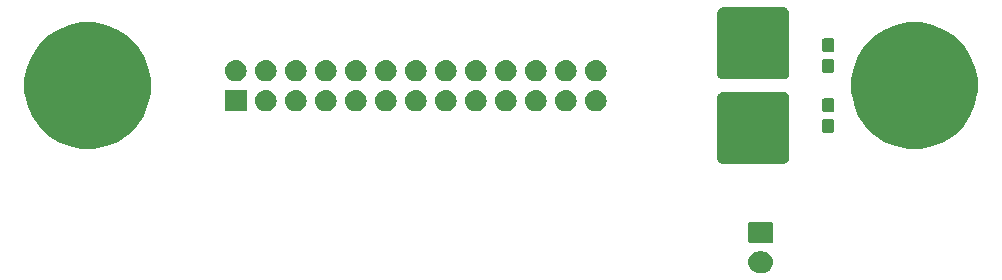
<source format=gbr>
G04 #@! TF.GenerationSoftware,KiCad,Pcbnew,(5.1.4)-1*
G04 #@! TF.CreationDate,2020-03-27T16:01:53-04:00*
G04 #@! TF.ProjectId,heatbed_breakout,68656174-6265-4645-9f62-7265616b6f75,rev?*
G04 #@! TF.SameCoordinates,PX8b91fb0PY68e7780*
G04 #@! TF.FileFunction,Soldermask,Top*
G04 #@! TF.FilePolarity,Negative*
%FSLAX46Y46*%
G04 Gerber Fmt 4.6, Leading zero omitted, Abs format (unit mm)*
G04 Created by KiCad (PCBNEW (5.1.4)-1) date 2020-03-27 16:01:53*
%MOMM*%
%LPD*%
G04 APERTURE LIST*
%ADD10C,0.100000*%
G04 APERTURE END LIST*
D10*
G36*
X895443Y-14051519D02*
G01*
X961627Y-14058037D01*
X1131466Y-14109557D01*
X1287991Y-14193222D01*
X1323729Y-14222552D01*
X1425186Y-14305814D01*
X1508448Y-14407271D01*
X1537778Y-14443009D01*
X1621443Y-14599534D01*
X1672963Y-14769373D01*
X1690359Y-14946000D01*
X1672963Y-15122627D01*
X1621443Y-15292466D01*
X1537778Y-15448991D01*
X1508448Y-15484729D01*
X1425186Y-15586186D01*
X1323729Y-15669448D01*
X1287991Y-15698778D01*
X1131466Y-15782443D01*
X961627Y-15833963D01*
X895442Y-15840482D01*
X829260Y-15847000D01*
X440740Y-15847000D01*
X374558Y-15840482D01*
X308373Y-15833963D01*
X138534Y-15782443D01*
X-17991Y-15698778D01*
X-53729Y-15669448D01*
X-155186Y-15586186D01*
X-238448Y-15484729D01*
X-267778Y-15448991D01*
X-351443Y-15292466D01*
X-402963Y-15122627D01*
X-420359Y-14946000D01*
X-402963Y-14769373D01*
X-351443Y-14599534D01*
X-267778Y-14443009D01*
X-238448Y-14407271D01*
X-155186Y-14305814D01*
X-53729Y-14222552D01*
X-17991Y-14193222D01*
X138534Y-14109557D01*
X308373Y-14058037D01*
X374557Y-14051519D01*
X440740Y-14045000D01*
X829260Y-14045000D01*
X895443Y-14051519D01*
X895443Y-14051519D01*
G37*
G36*
X1543600Y-11548989D02*
G01*
X1576652Y-11559015D01*
X1607103Y-11575292D01*
X1633799Y-11597201D01*
X1655708Y-11623897D01*
X1671985Y-11654348D01*
X1682011Y-11687400D01*
X1686000Y-11727903D01*
X1686000Y-13164097D01*
X1682011Y-13204600D01*
X1671985Y-13237652D01*
X1655708Y-13268103D01*
X1633799Y-13294799D01*
X1607103Y-13316708D01*
X1576652Y-13332985D01*
X1543600Y-13343011D01*
X1503097Y-13347000D01*
X-233097Y-13347000D01*
X-273600Y-13343011D01*
X-306652Y-13332985D01*
X-337103Y-13316708D01*
X-363799Y-13294799D01*
X-385708Y-13268103D01*
X-401985Y-13237652D01*
X-412011Y-13204600D01*
X-416000Y-13164097D01*
X-416000Y-11727903D01*
X-412011Y-11687400D01*
X-401985Y-11654348D01*
X-385708Y-11623897D01*
X-363799Y-11597201D01*
X-337103Y-11575292D01*
X-306652Y-11559015D01*
X-273600Y-11548989D01*
X-233097Y-11545000D01*
X1503097Y-11545000D01*
X1543600Y-11548989D01*
X1543600Y-11548989D01*
G37*
G36*
X2640218Y-534396D02*
G01*
X2735812Y-563395D01*
X2823917Y-610487D01*
X2901139Y-673861D01*
X2964513Y-751083D01*
X3011605Y-839188D01*
X3040604Y-934782D01*
X3051000Y-1040340D01*
X3051000Y-6109660D01*
X3040604Y-6215218D01*
X3011605Y-6310812D01*
X2964513Y-6398917D01*
X2901139Y-6476139D01*
X2823917Y-6539513D01*
X2735812Y-6586605D01*
X2640218Y-6615604D01*
X2534660Y-6626000D01*
X-2534660Y-6626000D01*
X-2640218Y-6615604D01*
X-2735812Y-6586605D01*
X-2823917Y-6539513D01*
X-2901139Y-6476139D01*
X-2964513Y-6398917D01*
X-3011605Y-6310812D01*
X-3040604Y-6215218D01*
X-3051000Y-6109660D01*
X-3051000Y-1040340D01*
X-3040604Y-934782D01*
X-3011605Y-839188D01*
X-2964513Y-751083D01*
X-2901139Y-673861D01*
X-2823917Y-610487D01*
X-2735812Y-563395D01*
X-2640218Y-534396D01*
X-2534660Y-524000D01*
X2534660Y-524000D01*
X2640218Y-534396D01*
X2640218Y-534396D01*
G37*
G36*
X14866228Y5213909D02*
G01*
X15210829Y5145364D01*
X16184649Y4741995D01*
X17061064Y4156393D01*
X17806393Y3411064D01*
X18391995Y2534649D01*
X18795364Y1560829D01*
X18795364Y1560828D01*
X19001000Y527029D01*
X19001000Y-527029D01*
X18888212Y-1094053D01*
X18795364Y-1560829D01*
X18391995Y-2534649D01*
X17806393Y-3411064D01*
X17061064Y-4156393D01*
X16184649Y-4741995D01*
X15210829Y-5145364D01*
X14866228Y-5213909D01*
X14177029Y-5351000D01*
X13122971Y-5351000D01*
X12433772Y-5213909D01*
X12089171Y-5145364D01*
X11115351Y-4741995D01*
X10238936Y-4156393D01*
X9493607Y-3411064D01*
X8908005Y-2534649D01*
X8504636Y-1560829D01*
X8411788Y-1094053D01*
X8299000Y-527029D01*
X8299000Y527029D01*
X8504636Y1560828D01*
X8504636Y1560829D01*
X8908005Y2534649D01*
X9493607Y3411064D01*
X10238936Y4156393D01*
X11115351Y4741995D01*
X12089171Y5145364D01*
X12433772Y5213909D01*
X13122971Y5351000D01*
X14177029Y5351000D01*
X14866228Y5213909D01*
X14866228Y5213909D01*
G37*
G36*
X-55133772Y5213909D02*
G01*
X-54789171Y5145364D01*
X-53815351Y4741995D01*
X-52938936Y4156393D01*
X-52193607Y3411064D01*
X-51608005Y2534649D01*
X-51204636Y1560829D01*
X-51204636Y1560828D01*
X-50999000Y527029D01*
X-50999000Y-527029D01*
X-51111788Y-1094053D01*
X-51204636Y-1560829D01*
X-51608005Y-2534649D01*
X-52193607Y-3411064D01*
X-52938936Y-4156393D01*
X-53815351Y-4741995D01*
X-54789171Y-5145364D01*
X-55133772Y-5213909D01*
X-55822971Y-5351000D01*
X-56877029Y-5351000D01*
X-57566228Y-5213909D01*
X-57910829Y-5145364D01*
X-58884649Y-4741995D01*
X-59761064Y-4156393D01*
X-60506393Y-3411064D01*
X-61091995Y-2534649D01*
X-61495364Y-1560829D01*
X-61588212Y-1094053D01*
X-61701000Y-527029D01*
X-61701000Y527029D01*
X-61495364Y1560828D01*
X-61495364Y1560829D01*
X-61091995Y2534649D01*
X-60506393Y3411064D01*
X-59761064Y4156393D01*
X-58884649Y4741995D01*
X-57910829Y5145364D01*
X-57566228Y5213909D01*
X-56877029Y5351000D01*
X-55822971Y5351000D01*
X-55133772Y5213909D01*
X-55133772Y5213909D01*
G37*
G36*
X6714499Y-2843445D02*
G01*
X6751995Y-2854820D01*
X6786554Y-2873292D01*
X6816847Y-2898153D01*
X6841708Y-2928446D01*
X6860180Y-2963005D01*
X6871555Y-3000501D01*
X6876000Y-3045638D01*
X6876000Y-3784362D01*
X6871555Y-3829499D01*
X6860180Y-3866995D01*
X6841708Y-3901554D01*
X6816847Y-3931847D01*
X6786554Y-3956708D01*
X6751995Y-3975180D01*
X6714499Y-3986555D01*
X6669362Y-3991000D01*
X6030638Y-3991000D01*
X5985501Y-3986555D01*
X5948005Y-3975180D01*
X5913446Y-3956708D01*
X5883153Y-3931847D01*
X5858292Y-3901554D01*
X5839820Y-3866995D01*
X5828445Y-3829499D01*
X5824000Y-3784362D01*
X5824000Y-3045638D01*
X5828445Y-3000501D01*
X5839820Y-2963005D01*
X5858292Y-2928446D01*
X5883153Y-2898153D01*
X5913446Y-2873292D01*
X5948005Y-2854820D01*
X5985501Y-2843445D01*
X6030638Y-2839000D01*
X6669362Y-2839000D01*
X6714499Y-2843445D01*
X6714499Y-2843445D01*
G37*
G36*
X6714499Y-1093445D02*
G01*
X6751995Y-1104820D01*
X6786554Y-1123292D01*
X6816847Y-1148153D01*
X6841708Y-1178446D01*
X6860180Y-1213005D01*
X6871555Y-1250501D01*
X6876000Y-1295638D01*
X6876000Y-2034362D01*
X6871555Y-2079499D01*
X6860180Y-2116995D01*
X6841708Y-2151554D01*
X6816847Y-2181847D01*
X6786554Y-2206708D01*
X6751995Y-2225180D01*
X6714499Y-2236555D01*
X6669362Y-2241000D01*
X6030638Y-2241000D01*
X5985501Y-2236555D01*
X5948005Y-2225180D01*
X5913446Y-2206708D01*
X5883153Y-2181847D01*
X5858292Y-2151554D01*
X5839820Y-2116995D01*
X5828445Y-2079499D01*
X5824000Y-2034362D01*
X5824000Y-1295638D01*
X5828445Y-1250501D01*
X5839820Y-1213005D01*
X5858292Y-1178446D01*
X5883153Y-1148153D01*
X5913446Y-1123292D01*
X5948005Y-1104820D01*
X5985501Y-1093445D01*
X6030638Y-1089000D01*
X6669362Y-1089000D01*
X6714499Y-1093445D01*
X6714499Y-1093445D01*
G37*
G36*
X-41095706Y-368633D02*
G01*
X-40923305Y-420931D01*
X-40764417Y-505858D01*
X-40625151Y-620151D01*
X-40510858Y-759417D01*
X-40425931Y-918305D01*
X-40373633Y-1090706D01*
X-40355975Y-1270000D01*
X-40373633Y-1449294D01*
X-40425931Y-1621695D01*
X-40510858Y-1780583D01*
X-40625151Y-1919849D01*
X-40764417Y-2034142D01*
X-40923305Y-2119069D01*
X-41095706Y-2171367D01*
X-41230069Y-2184600D01*
X-41319931Y-2184600D01*
X-41454294Y-2171367D01*
X-41626695Y-2119069D01*
X-41785583Y-2034142D01*
X-41924849Y-1919849D01*
X-42039142Y-1780583D01*
X-42124069Y-1621695D01*
X-42176367Y-1449294D01*
X-42194025Y-1270000D01*
X-42176367Y-1090706D01*
X-42124069Y-918305D01*
X-42039142Y-759417D01*
X-41924849Y-620151D01*
X-41785583Y-505858D01*
X-41626695Y-420931D01*
X-41454294Y-368633D01*
X-41319931Y-355400D01*
X-41230069Y-355400D01*
X-41095706Y-368633D01*
X-41095706Y-368633D01*
G37*
G36*
X-42900400Y-2184600D02*
G01*
X-44729600Y-2184600D01*
X-44729600Y-355400D01*
X-42900400Y-355400D01*
X-42900400Y-2184600D01*
X-42900400Y-2184600D01*
G37*
G36*
X-38555706Y-368633D02*
G01*
X-38383305Y-420931D01*
X-38224417Y-505858D01*
X-38085151Y-620151D01*
X-37970858Y-759417D01*
X-37885931Y-918305D01*
X-37833633Y-1090706D01*
X-37815975Y-1270000D01*
X-37833633Y-1449294D01*
X-37885931Y-1621695D01*
X-37970858Y-1780583D01*
X-38085151Y-1919849D01*
X-38224417Y-2034142D01*
X-38383305Y-2119069D01*
X-38555706Y-2171367D01*
X-38690069Y-2184600D01*
X-38779931Y-2184600D01*
X-38914294Y-2171367D01*
X-39086695Y-2119069D01*
X-39245583Y-2034142D01*
X-39384849Y-1919849D01*
X-39499142Y-1780583D01*
X-39584069Y-1621695D01*
X-39636367Y-1449294D01*
X-39654025Y-1270000D01*
X-39636367Y-1090706D01*
X-39584069Y-918305D01*
X-39499142Y-759417D01*
X-39384849Y-620151D01*
X-39245583Y-505858D01*
X-39086695Y-420931D01*
X-38914294Y-368633D01*
X-38779931Y-355400D01*
X-38690069Y-355400D01*
X-38555706Y-368633D01*
X-38555706Y-368633D01*
G37*
G36*
X-36015706Y-368633D02*
G01*
X-35843305Y-420931D01*
X-35684417Y-505858D01*
X-35545151Y-620151D01*
X-35430858Y-759417D01*
X-35345931Y-918305D01*
X-35293633Y-1090706D01*
X-35275975Y-1270000D01*
X-35293633Y-1449294D01*
X-35345931Y-1621695D01*
X-35430858Y-1780583D01*
X-35545151Y-1919849D01*
X-35684417Y-2034142D01*
X-35843305Y-2119069D01*
X-36015706Y-2171367D01*
X-36150069Y-2184600D01*
X-36239931Y-2184600D01*
X-36374294Y-2171367D01*
X-36546695Y-2119069D01*
X-36705583Y-2034142D01*
X-36844849Y-1919849D01*
X-36959142Y-1780583D01*
X-37044069Y-1621695D01*
X-37096367Y-1449294D01*
X-37114025Y-1270000D01*
X-37096367Y-1090706D01*
X-37044069Y-918305D01*
X-36959142Y-759417D01*
X-36844849Y-620151D01*
X-36705583Y-505858D01*
X-36546695Y-420931D01*
X-36374294Y-368633D01*
X-36239931Y-355400D01*
X-36150069Y-355400D01*
X-36015706Y-368633D01*
X-36015706Y-368633D01*
G37*
G36*
X-33475706Y-368633D02*
G01*
X-33303305Y-420931D01*
X-33144417Y-505858D01*
X-33005151Y-620151D01*
X-32890858Y-759417D01*
X-32805931Y-918305D01*
X-32753633Y-1090706D01*
X-32735975Y-1270000D01*
X-32753633Y-1449294D01*
X-32805931Y-1621695D01*
X-32890858Y-1780583D01*
X-33005151Y-1919849D01*
X-33144417Y-2034142D01*
X-33303305Y-2119069D01*
X-33475706Y-2171367D01*
X-33610069Y-2184600D01*
X-33699931Y-2184600D01*
X-33834294Y-2171367D01*
X-34006695Y-2119069D01*
X-34165583Y-2034142D01*
X-34304849Y-1919849D01*
X-34419142Y-1780583D01*
X-34504069Y-1621695D01*
X-34556367Y-1449294D01*
X-34574025Y-1270000D01*
X-34556367Y-1090706D01*
X-34504069Y-918305D01*
X-34419142Y-759417D01*
X-34304849Y-620151D01*
X-34165583Y-505858D01*
X-34006695Y-420931D01*
X-33834294Y-368633D01*
X-33699931Y-355400D01*
X-33610069Y-355400D01*
X-33475706Y-368633D01*
X-33475706Y-368633D01*
G37*
G36*
X-30935706Y-368633D02*
G01*
X-30763305Y-420931D01*
X-30604417Y-505858D01*
X-30465151Y-620151D01*
X-30350858Y-759417D01*
X-30265931Y-918305D01*
X-30213633Y-1090706D01*
X-30195975Y-1270000D01*
X-30213633Y-1449294D01*
X-30265931Y-1621695D01*
X-30350858Y-1780583D01*
X-30465151Y-1919849D01*
X-30604417Y-2034142D01*
X-30763305Y-2119069D01*
X-30935706Y-2171367D01*
X-31070069Y-2184600D01*
X-31159931Y-2184600D01*
X-31294294Y-2171367D01*
X-31466695Y-2119069D01*
X-31625583Y-2034142D01*
X-31764849Y-1919849D01*
X-31879142Y-1780583D01*
X-31964069Y-1621695D01*
X-32016367Y-1449294D01*
X-32034025Y-1270000D01*
X-32016367Y-1090706D01*
X-31964069Y-918305D01*
X-31879142Y-759417D01*
X-31764849Y-620151D01*
X-31625583Y-505858D01*
X-31466695Y-420931D01*
X-31294294Y-368633D01*
X-31159931Y-355400D01*
X-31070069Y-355400D01*
X-30935706Y-368633D01*
X-30935706Y-368633D01*
G37*
G36*
X-23315706Y-368633D02*
G01*
X-23143305Y-420931D01*
X-22984417Y-505858D01*
X-22845151Y-620151D01*
X-22730858Y-759417D01*
X-22645931Y-918305D01*
X-22593633Y-1090706D01*
X-22575975Y-1270000D01*
X-22593633Y-1449294D01*
X-22645931Y-1621695D01*
X-22730858Y-1780583D01*
X-22845151Y-1919849D01*
X-22984417Y-2034142D01*
X-23143305Y-2119069D01*
X-23315706Y-2171367D01*
X-23450069Y-2184600D01*
X-23539931Y-2184600D01*
X-23674294Y-2171367D01*
X-23846695Y-2119069D01*
X-24005583Y-2034142D01*
X-24144849Y-1919849D01*
X-24259142Y-1780583D01*
X-24344069Y-1621695D01*
X-24396367Y-1449294D01*
X-24414025Y-1270000D01*
X-24396367Y-1090706D01*
X-24344069Y-918305D01*
X-24259142Y-759417D01*
X-24144849Y-620151D01*
X-24005583Y-505858D01*
X-23846695Y-420931D01*
X-23674294Y-368633D01*
X-23539931Y-355400D01*
X-23450069Y-355400D01*
X-23315706Y-368633D01*
X-23315706Y-368633D01*
G37*
G36*
X-13155706Y-368633D02*
G01*
X-12983305Y-420931D01*
X-12824417Y-505858D01*
X-12685151Y-620151D01*
X-12570858Y-759417D01*
X-12485931Y-918305D01*
X-12433633Y-1090706D01*
X-12415975Y-1270000D01*
X-12433633Y-1449294D01*
X-12485931Y-1621695D01*
X-12570858Y-1780583D01*
X-12685151Y-1919849D01*
X-12824417Y-2034142D01*
X-12983305Y-2119069D01*
X-13155706Y-2171367D01*
X-13290069Y-2184600D01*
X-13379931Y-2184600D01*
X-13514294Y-2171367D01*
X-13686695Y-2119069D01*
X-13845583Y-2034142D01*
X-13984849Y-1919849D01*
X-14099142Y-1780583D01*
X-14184069Y-1621695D01*
X-14236367Y-1449294D01*
X-14254025Y-1270000D01*
X-14236367Y-1090706D01*
X-14184069Y-918305D01*
X-14099142Y-759417D01*
X-13984849Y-620151D01*
X-13845583Y-505858D01*
X-13686695Y-420931D01*
X-13514294Y-368633D01*
X-13379931Y-355400D01*
X-13290069Y-355400D01*
X-13155706Y-368633D01*
X-13155706Y-368633D01*
G37*
G36*
X-15695706Y-368633D02*
G01*
X-15523305Y-420931D01*
X-15364417Y-505858D01*
X-15225151Y-620151D01*
X-15110858Y-759417D01*
X-15025931Y-918305D01*
X-14973633Y-1090706D01*
X-14955975Y-1270000D01*
X-14973633Y-1449294D01*
X-15025931Y-1621695D01*
X-15110858Y-1780583D01*
X-15225151Y-1919849D01*
X-15364417Y-2034142D01*
X-15523305Y-2119069D01*
X-15695706Y-2171367D01*
X-15830069Y-2184600D01*
X-15919931Y-2184600D01*
X-16054294Y-2171367D01*
X-16226695Y-2119069D01*
X-16385583Y-2034142D01*
X-16524849Y-1919849D01*
X-16639142Y-1780583D01*
X-16724069Y-1621695D01*
X-16776367Y-1449294D01*
X-16794025Y-1270000D01*
X-16776367Y-1090706D01*
X-16724069Y-918305D01*
X-16639142Y-759417D01*
X-16524849Y-620151D01*
X-16385583Y-505858D01*
X-16226695Y-420931D01*
X-16054294Y-368633D01*
X-15919931Y-355400D01*
X-15830069Y-355400D01*
X-15695706Y-368633D01*
X-15695706Y-368633D01*
G37*
G36*
X-18235706Y-368633D02*
G01*
X-18063305Y-420931D01*
X-17904417Y-505858D01*
X-17765151Y-620151D01*
X-17650858Y-759417D01*
X-17565931Y-918305D01*
X-17513633Y-1090706D01*
X-17495975Y-1270000D01*
X-17513633Y-1449294D01*
X-17565931Y-1621695D01*
X-17650858Y-1780583D01*
X-17765151Y-1919849D01*
X-17904417Y-2034142D01*
X-18063305Y-2119069D01*
X-18235706Y-2171367D01*
X-18370069Y-2184600D01*
X-18459931Y-2184600D01*
X-18594294Y-2171367D01*
X-18766695Y-2119069D01*
X-18925583Y-2034142D01*
X-19064849Y-1919849D01*
X-19179142Y-1780583D01*
X-19264069Y-1621695D01*
X-19316367Y-1449294D01*
X-19334025Y-1270000D01*
X-19316367Y-1090706D01*
X-19264069Y-918305D01*
X-19179142Y-759417D01*
X-19064849Y-620151D01*
X-18925583Y-505858D01*
X-18766695Y-420931D01*
X-18594294Y-368633D01*
X-18459931Y-355400D01*
X-18370069Y-355400D01*
X-18235706Y-368633D01*
X-18235706Y-368633D01*
G37*
G36*
X-25855706Y-368633D02*
G01*
X-25683305Y-420931D01*
X-25524417Y-505858D01*
X-25385151Y-620151D01*
X-25270858Y-759417D01*
X-25185931Y-918305D01*
X-25133633Y-1090706D01*
X-25115975Y-1270000D01*
X-25133633Y-1449294D01*
X-25185931Y-1621695D01*
X-25270858Y-1780583D01*
X-25385151Y-1919849D01*
X-25524417Y-2034142D01*
X-25683305Y-2119069D01*
X-25855706Y-2171367D01*
X-25990069Y-2184600D01*
X-26079931Y-2184600D01*
X-26214294Y-2171367D01*
X-26386695Y-2119069D01*
X-26545583Y-2034142D01*
X-26684849Y-1919849D01*
X-26799142Y-1780583D01*
X-26884069Y-1621695D01*
X-26936367Y-1449294D01*
X-26954025Y-1270000D01*
X-26936367Y-1090706D01*
X-26884069Y-918305D01*
X-26799142Y-759417D01*
X-26684849Y-620151D01*
X-26545583Y-505858D01*
X-26386695Y-420931D01*
X-26214294Y-368633D01*
X-26079931Y-355400D01*
X-25990069Y-355400D01*
X-25855706Y-368633D01*
X-25855706Y-368633D01*
G37*
G36*
X-20775706Y-368633D02*
G01*
X-20603305Y-420931D01*
X-20444417Y-505858D01*
X-20305151Y-620151D01*
X-20190858Y-759417D01*
X-20105931Y-918305D01*
X-20053633Y-1090706D01*
X-20035975Y-1270000D01*
X-20053633Y-1449294D01*
X-20105931Y-1621695D01*
X-20190858Y-1780583D01*
X-20305151Y-1919849D01*
X-20444417Y-2034142D01*
X-20603305Y-2119069D01*
X-20775706Y-2171367D01*
X-20910069Y-2184600D01*
X-20999931Y-2184600D01*
X-21134294Y-2171367D01*
X-21306695Y-2119069D01*
X-21465583Y-2034142D01*
X-21604849Y-1919849D01*
X-21719142Y-1780583D01*
X-21804069Y-1621695D01*
X-21856367Y-1449294D01*
X-21874025Y-1270000D01*
X-21856367Y-1090706D01*
X-21804069Y-918305D01*
X-21719142Y-759417D01*
X-21604849Y-620151D01*
X-21465583Y-505858D01*
X-21306695Y-420931D01*
X-21134294Y-368633D01*
X-20999931Y-355400D01*
X-20910069Y-355400D01*
X-20775706Y-368633D01*
X-20775706Y-368633D01*
G37*
G36*
X-28395706Y-368633D02*
G01*
X-28223305Y-420931D01*
X-28064417Y-505858D01*
X-27925151Y-620151D01*
X-27810858Y-759417D01*
X-27725931Y-918305D01*
X-27673633Y-1090706D01*
X-27655975Y-1270000D01*
X-27673633Y-1449294D01*
X-27725931Y-1621695D01*
X-27810858Y-1780583D01*
X-27925151Y-1919849D01*
X-28064417Y-2034142D01*
X-28223305Y-2119069D01*
X-28395706Y-2171367D01*
X-28530069Y-2184600D01*
X-28619931Y-2184600D01*
X-28754294Y-2171367D01*
X-28926695Y-2119069D01*
X-29085583Y-2034142D01*
X-29224849Y-1919849D01*
X-29339142Y-1780583D01*
X-29424069Y-1621695D01*
X-29476367Y-1449294D01*
X-29494025Y-1270000D01*
X-29476367Y-1090706D01*
X-29424069Y-918305D01*
X-29339142Y-759417D01*
X-29224849Y-620151D01*
X-29085583Y-505858D01*
X-28926695Y-420931D01*
X-28754294Y-368633D01*
X-28619931Y-355400D01*
X-28530069Y-355400D01*
X-28395706Y-368633D01*
X-28395706Y-368633D01*
G37*
G36*
X-28395706Y2171367D02*
G01*
X-28223305Y2119069D01*
X-28064417Y2034142D01*
X-27925151Y1919849D01*
X-27810858Y1780583D01*
X-27725931Y1621695D01*
X-27673633Y1449294D01*
X-27655975Y1270000D01*
X-27673633Y1090706D01*
X-27725931Y918305D01*
X-27810858Y759417D01*
X-27925151Y620151D01*
X-28064417Y505858D01*
X-28223305Y420931D01*
X-28395706Y368633D01*
X-28530069Y355400D01*
X-28619931Y355400D01*
X-28754294Y368633D01*
X-28926695Y420931D01*
X-29085583Y505858D01*
X-29224849Y620151D01*
X-29339142Y759417D01*
X-29424069Y918305D01*
X-29476367Y1090706D01*
X-29494025Y1270000D01*
X-29476367Y1449294D01*
X-29424069Y1621695D01*
X-29339142Y1780583D01*
X-29224849Y1919849D01*
X-29085583Y2034142D01*
X-28926695Y2119069D01*
X-28754294Y2171367D01*
X-28619931Y2184600D01*
X-28530069Y2184600D01*
X-28395706Y2171367D01*
X-28395706Y2171367D01*
G37*
G36*
X-20775706Y2171367D02*
G01*
X-20603305Y2119069D01*
X-20444417Y2034142D01*
X-20305151Y1919849D01*
X-20190858Y1780583D01*
X-20105931Y1621695D01*
X-20053633Y1449294D01*
X-20035975Y1270000D01*
X-20053633Y1090706D01*
X-20105931Y918305D01*
X-20190858Y759417D01*
X-20305151Y620151D01*
X-20444417Y505858D01*
X-20603305Y420931D01*
X-20775706Y368633D01*
X-20910069Y355400D01*
X-20999931Y355400D01*
X-21134294Y368633D01*
X-21306695Y420931D01*
X-21465583Y505858D01*
X-21604849Y620151D01*
X-21719142Y759417D01*
X-21804069Y918305D01*
X-21856367Y1090706D01*
X-21874025Y1270000D01*
X-21856367Y1449294D01*
X-21804069Y1621695D01*
X-21719142Y1780583D01*
X-21604849Y1919849D01*
X-21465583Y2034142D01*
X-21306695Y2119069D01*
X-21134294Y2171367D01*
X-20999931Y2184600D01*
X-20910069Y2184600D01*
X-20775706Y2171367D01*
X-20775706Y2171367D01*
G37*
G36*
X-43635706Y2171367D02*
G01*
X-43463305Y2119069D01*
X-43304417Y2034142D01*
X-43165151Y1919849D01*
X-43050858Y1780583D01*
X-42965931Y1621695D01*
X-42913633Y1449294D01*
X-42895975Y1270000D01*
X-42913633Y1090706D01*
X-42965931Y918305D01*
X-43050858Y759417D01*
X-43165151Y620151D01*
X-43304417Y505858D01*
X-43463305Y420931D01*
X-43635706Y368633D01*
X-43770069Y355400D01*
X-43859931Y355400D01*
X-43994294Y368633D01*
X-44166695Y420931D01*
X-44325583Y505858D01*
X-44464849Y620151D01*
X-44579142Y759417D01*
X-44664069Y918305D01*
X-44716367Y1090706D01*
X-44734025Y1270000D01*
X-44716367Y1449294D01*
X-44664069Y1621695D01*
X-44579142Y1780583D01*
X-44464849Y1919849D01*
X-44325583Y2034142D01*
X-44166695Y2119069D01*
X-43994294Y2171367D01*
X-43859931Y2184600D01*
X-43770069Y2184600D01*
X-43635706Y2171367D01*
X-43635706Y2171367D01*
G37*
G36*
X-41095706Y2171367D02*
G01*
X-40923305Y2119069D01*
X-40764417Y2034142D01*
X-40625151Y1919849D01*
X-40510858Y1780583D01*
X-40425931Y1621695D01*
X-40373633Y1449294D01*
X-40355975Y1270000D01*
X-40373633Y1090706D01*
X-40425931Y918305D01*
X-40510858Y759417D01*
X-40625151Y620151D01*
X-40764417Y505858D01*
X-40923305Y420931D01*
X-41095706Y368633D01*
X-41230069Y355400D01*
X-41319931Y355400D01*
X-41454294Y368633D01*
X-41626695Y420931D01*
X-41785583Y505858D01*
X-41924849Y620151D01*
X-42039142Y759417D01*
X-42124069Y918305D01*
X-42176367Y1090706D01*
X-42194025Y1270000D01*
X-42176367Y1449294D01*
X-42124069Y1621695D01*
X-42039142Y1780583D01*
X-41924849Y1919849D01*
X-41785583Y2034142D01*
X-41626695Y2119069D01*
X-41454294Y2171367D01*
X-41319931Y2184600D01*
X-41230069Y2184600D01*
X-41095706Y2171367D01*
X-41095706Y2171367D01*
G37*
G36*
X-38555706Y2171367D02*
G01*
X-38383305Y2119069D01*
X-38224417Y2034142D01*
X-38085151Y1919849D01*
X-37970858Y1780583D01*
X-37885931Y1621695D01*
X-37833633Y1449294D01*
X-37815975Y1270000D01*
X-37833633Y1090706D01*
X-37885931Y918305D01*
X-37970858Y759417D01*
X-38085151Y620151D01*
X-38224417Y505858D01*
X-38383305Y420931D01*
X-38555706Y368633D01*
X-38690069Y355400D01*
X-38779931Y355400D01*
X-38914294Y368633D01*
X-39086695Y420931D01*
X-39245583Y505858D01*
X-39384849Y620151D01*
X-39499142Y759417D01*
X-39584069Y918305D01*
X-39636367Y1090706D01*
X-39654025Y1270000D01*
X-39636367Y1449294D01*
X-39584069Y1621695D01*
X-39499142Y1780583D01*
X-39384849Y1919849D01*
X-39245583Y2034142D01*
X-39086695Y2119069D01*
X-38914294Y2171367D01*
X-38779931Y2184600D01*
X-38690069Y2184600D01*
X-38555706Y2171367D01*
X-38555706Y2171367D01*
G37*
G36*
X-36015706Y2171367D02*
G01*
X-35843305Y2119069D01*
X-35684417Y2034142D01*
X-35545151Y1919849D01*
X-35430858Y1780583D01*
X-35345931Y1621695D01*
X-35293633Y1449294D01*
X-35275975Y1270000D01*
X-35293633Y1090706D01*
X-35345931Y918305D01*
X-35430858Y759417D01*
X-35545151Y620151D01*
X-35684417Y505858D01*
X-35843305Y420931D01*
X-36015706Y368633D01*
X-36150069Y355400D01*
X-36239931Y355400D01*
X-36374294Y368633D01*
X-36546695Y420931D01*
X-36705583Y505858D01*
X-36844849Y620151D01*
X-36959142Y759417D01*
X-37044069Y918305D01*
X-37096367Y1090706D01*
X-37114025Y1270000D01*
X-37096367Y1449294D01*
X-37044069Y1621695D01*
X-36959142Y1780583D01*
X-36844849Y1919849D01*
X-36705583Y2034142D01*
X-36546695Y2119069D01*
X-36374294Y2171367D01*
X-36239931Y2184600D01*
X-36150069Y2184600D01*
X-36015706Y2171367D01*
X-36015706Y2171367D01*
G37*
G36*
X-33475706Y2171367D02*
G01*
X-33303305Y2119069D01*
X-33144417Y2034142D01*
X-33005151Y1919849D01*
X-32890858Y1780583D01*
X-32805931Y1621695D01*
X-32753633Y1449294D01*
X-32735975Y1270000D01*
X-32753633Y1090706D01*
X-32805931Y918305D01*
X-32890858Y759417D01*
X-33005151Y620151D01*
X-33144417Y505858D01*
X-33303305Y420931D01*
X-33475706Y368633D01*
X-33610069Y355400D01*
X-33699931Y355400D01*
X-33834294Y368633D01*
X-34006695Y420931D01*
X-34165583Y505858D01*
X-34304849Y620151D01*
X-34419142Y759417D01*
X-34504069Y918305D01*
X-34556367Y1090706D01*
X-34574025Y1270000D01*
X-34556367Y1449294D01*
X-34504069Y1621695D01*
X-34419142Y1780583D01*
X-34304849Y1919849D01*
X-34165583Y2034142D01*
X-34006695Y2119069D01*
X-33834294Y2171367D01*
X-33699931Y2184600D01*
X-33610069Y2184600D01*
X-33475706Y2171367D01*
X-33475706Y2171367D01*
G37*
G36*
X-30935706Y2171367D02*
G01*
X-30763305Y2119069D01*
X-30604417Y2034142D01*
X-30465151Y1919849D01*
X-30350858Y1780583D01*
X-30265931Y1621695D01*
X-30213633Y1449294D01*
X-30195975Y1270000D01*
X-30213633Y1090706D01*
X-30265931Y918305D01*
X-30350858Y759417D01*
X-30465151Y620151D01*
X-30604417Y505858D01*
X-30763305Y420931D01*
X-30935706Y368633D01*
X-31070069Y355400D01*
X-31159931Y355400D01*
X-31294294Y368633D01*
X-31466695Y420931D01*
X-31625583Y505858D01*
X-31764849Y620151D01*
X-31879142Y759417D01*
X-31964069Y918305D01*
X-32016367Y1090706D01*
X-32034025Y1270000D01*
X-32016367Y1449294D01*
X-31964069Y1621695D01*
X-31879142Y1780583D01*
X-31764849Y1919849D01*
X-31625583Y2034142D01*
X-31466695Y2119069D01*
X-31294294Y2171367D01*
X-31159931Y2184600D01*
X-31070069Y2184600D01*
X-30935706Y2171367D01*
X-30935706Y2171367D01*
G37*
G36*
X-13155706Y2171367D02*
G01*
X-12983305Y2119069D01*
X-12824417Y2034142D01*
X-12685151Y1919849D01*
X-12570858Y1780583D01*
X-12485931Y1621695D01*
X-12433633Y1449294D01*
X-12415975Y1270000D01*
X-12433633Y1090706D01*
X-12485931Y918305D01*
X-12570858Y759417D01*
X-12685151Y620151D01*
X-12824417Y505858D01*
X-12983305Y420931D01*
X-13155706Y368633D01*
X-13290069Y355400D01*
X-13379931Y355400D01*
X-13514294Y368633D01*
X-13686695Y420931D01*
X-13845583Y505858D01*
X-13984849Y620151D01*
X-14099142Y759417D01*
X-14184069Y918305D01*
X-14236367Y1090706D01*
X-14254025Y1270000D01*
X-14236367Y1449294D01*
X-14184069Y1621695D01*
X-14099142Y1780583D01*
X-13984849Y1919849D01*
X-13845583Y2034142D01*
X-13686695Y2119069D01*
X-13514294Y2171367D01*
X-13379931Y2184600D01*
X-13290069Y2184600D01*
X-13155706Y2171367D01*
X-13155706Y2171367D01*
G37*
G36*
X-15695706Y2171367D02*
G01*
X-15523305Y2119069D01*
X-15364417Y2034142D01*
X-15225151Y1919849D01*
X-15110858Y1780583D01*
X-15025931Y1621695D01*
X-14973633Y1449294D01*
X-14955975Y1270000D01*
X-14973633Y1090706D01*
X-15025931Y918305D01*
X-15110858Y759417D01*
X-15225151Y620151D01*
X-15364417Y505858D01*
X-15523305Y420931D01*
X-15695706Y368633D01*
X-15830069Y355400D01*
X-15919931Y355400D01*
X-16054294Y368633D01*
X-16226695Y420931D01*
X-16385583Y505858D01*
X-16524849Y620151D01*
X-16639142Y759417D01*
X-16724069Y918305D01*
X-16776367Y1090706D01*
X-16794025Y1270000D01*
X-16776367Y1449294D01*
X-16724069Y1621695D01*
X-16639142Y1780583D01*
X-16524849Y1919849D01*
X-16385583Y2034142D01*
X-16226695Y2119069D01*
X-16054294Y2171367D01*
X-15919931Y2184600D01*
X-15830069Y2184600D01*
X-15695706Y2171367D01*
X-15695706Y2171367D01*
G37*
G36*
X-25855706Y2171367D02*
G01*
X-25683305Y2119069D01*
X-25524417Y2034142D01*
X-25385151Y1919849D01*
X-25270858Y1780583D01*
X-25185931Y1621695D01*
X-25133633Y1449294D01*
X-25115975Y1270000D01*
X-25133633Y1090706D01*
X-25185931Y918305D01*
X-25270858Y759417D01*
X-25385151Y620151D01*
X-25524417Y505858D01*
X-25683305Y420931D01*
X-25855706Y368633D01*
X-25990069Y355400D01*
X-26079931Y355400D01*
X-26214294Y368633D01*
X-26386695Y420931D01*
X-26545583Y505858D01*
X-26684849Y620151D01*
X-26799142Y759417D01*
X-26884069Y918305D01*
X-26936367Y1090706D01*
X-26954025Y1270000D01*
X-26936367Y1449294D01*
X-26884069Y1621695D01*
X-26799142Y1780583D01*
X-26684849Y1919849D01*
X-26545583Y2034142D01*
X-26386695Y2119069D01*
X-26214294Y2171367D01*
X-26079931Y2184600D01*
X-25990069Y2184600D01*
X-25855706Y2171367D01*
X-25855706Y2171367D01*
G37*
G36*
X-23315706Y2171367D02*
G01*
X-23143305Y2119069D01*
X-22984417Y2034142D01*
X-22845151Y1919849D01*
X-22730858Y1780583D01*
X-22645931Y1621695D01*
X-22593633Y1449294D01*
X-22575975Y1270000D01*
X-22593633Y1090706D01*
X-22645931Y918305D01*
X-22730858Y759417D01*
X-22845151Y620151D01*
X-22984417Y505858D01*
X-23143305Y420931D01*
X-23315706Y368633D01*
X-23450069Y355400D01*
X-23539931Y355400D01*
X-23674294Y368633D01*
X-23846695Y420931D01*
X-24005583Y505858D01*
X-24144849Y620151D01*
X-24259142Y759417D01*
X-24344069Y918305D01*
X-24396367Y1090706D01*
X-24414025Y1270000D01*
X-24396367Y1449294D01*
X-24344069Y1621695D01*
X-24259142Y1780583D01*
X-24144849Y1919849D01*
X-24005583Y2034142D01*
X-23846695Y2119069D01*
X-23674294Y2171367D01*
X-23539931Y2184600D01*
X-23450069Y2184600D01*
X-23315706Y2171367D01*
X-23315706Y2171367D01*
G37*
G36*
X-18235706Y2171367D02*
G01*
X-18063305Y2119069D01*
X-17904417Y2034142D01*
X-17765151Y1919849D01*
X-17650858Y1780583D01*
X-17565931Y1621695D01*
X-17513633Y1449294D01*
X-17495975Y1270000D01*
X-17513633Y1090706D01*
X-17565931Y918305D01*
X-17650858Y759417D01*
X-17765151Y620151D01*
X-17904417Y505858D01*
X-18063305Y420931D01*
X-18235706Y368633D01*
X-18370069Y355400D01*
X-18459931Y355400D01*
X-18594294Y368633D01*
X-18766695Y420931D01*
X-18925583Y505858D01*
X-19064849Y620151D01*
X-19179142Y759417D01*
X-19264069Y918305D01*
X-19316367Y1090706D01*
X-19334025Y1270000D01*
X-19316367Y1449294D01*
X-19264069Y1621695D01*
X-19179142Y1780583D01*
X-19064849Y1919849D01*
X-18925583Y2034142D01*
X-18766695Y2119069D01*
X-18594294Y2171367D01*
X-18459931Y2184600D01*
X-18370069Y2184600D01*
X-18235706Y2171367D01*
X-18235706Y2171367D01*
G37*
G36*
X2640218Y6615604D02*
G01*
X2735812Y6586605D01*
X2823917Y6539513D01*
X2901139Y6476139D01*
X2964513Y6398917D01*
X3011605Y6310812D01*
X3040604Y6215218D01*
X3051000Y6109660D01*
X3051000Y1040340D01*
X3040604Y934782D01*
X3011605Y839188D01*
X2964513Y751083D01*
X2901139Y673861D01*
X2823917Y610487D01*
X2735812Y563395D01*
X2640218Y534396D01*
X2534660Y524000D01*
X-2534660Y524000D01*
X-2640218Y534396D01*
X-2735812Y563395D01*
X-2823917Y610487D01*
X-2901139Y673861D01*
X-2964513Y751083D01*
X-3011605Y839188D01*
X-3040604Y934782D01*
X-3051000Y1040340D01*
X-3051000Y6109660D01*
X-3040604Y6215218D01*
X-3011605Y6310812D01*
X-2964513Y6398917D01*
X-2901139Y6476139D01*
X-2823917Y6539513D01*
X-2735812Y6586605D01*
X-2640218Y6615604D01*
X-2534660Y6626000D01*
X2534660Y6626000D01*
X2640218Y6615604D01*
X2640218Y6615604D01*
G37*
G36*
X6714499Y2236555D02*
G01*
X6751995Y2225180D01*
X6786554Y2206708D01*
X6816847Y2181847D01*
X6841708Y2151554D01*
X6860180Y2116995D01*
X6871555Y2079499D01*
X6876000Y2034362D01*
X6876000Y1295638D01*
X6871555Y1250501D01*
X6860180Y1213005D01*
X6841708Y1178446D01*
X6816847Y1148153D01*
X6786554Y1123292D01*
X6751995Y1104820D01*
X6714499Y1093445D01*
X6669362Y1089000D01*
X6030638Y1089000D01*
X5985501Y1093445D01*
X5948005Y1104820D01*
X5913446Y1123292D01*
X5883153Y1148153D01*
X5858292Y1178446D01*
X5839820Y1213005D01*
X5828445Y1250501D01*
X5824000Y1295638D01*
X5824000Y2034362D01*
X5828445Y2079499D01*
X5839820Y2116995D01*
X5858292Y2151554D01*
X5883153Y2181847D01*
X5913446Y2206708D01*
X5948005Y2225180D01*
X5985501Y2236555D01*
X6030638Y2241000D01*
X6669362Y2241000D01*
X6714499Y2236555D01*
X6714499Y2236555D01*
G37*
G36*
X6714499Y3986555D02*
G01*
X6751995Y3975180D01*
X6786554Y3956708D01*
X6816847Y3931847D01*
X6841708Y3901554D01*
X6860180Y3866995D01*
X6871555Y3829499D01*
X6876000Y3784362D01*
X6876000Y3045638D01*
X6871555Y3000501D01*
X6860180Y2963005D01*
X6841708Y2928446D01*
X6816847Y2898153D01*
X6786554Y2873292D01*
X6751995Y2854820D01*
X6714499Y2843445D01*
X6669362Y2839000D01*
X6030638Y2839000D01*
X5985501Y2843445D01*
X5948005Y2854820D01*
X5913446Y2873292D01*
X5883153Y2898153D01*
X5858292Y2928446D01*
X5839820Y2963005D01*
X5828445Y3000501D01*
X5824000Y3045638D01*
X5824000Y3784362D01*
X5828445Y3829499D01*
X5839820Y3866995D01*
X5858292Y3901554D01*
X5883153Y3931847D01*
X5913446Y3956708D01*
X5948005Y3975180D01*
X5985501Y3986555D01*
X6030638Y3991000D01*
X6669362Y3991000D01*
X6714499Y3986555D01*
X6714499Y3986555D01*
G37*
M02*

</source>
